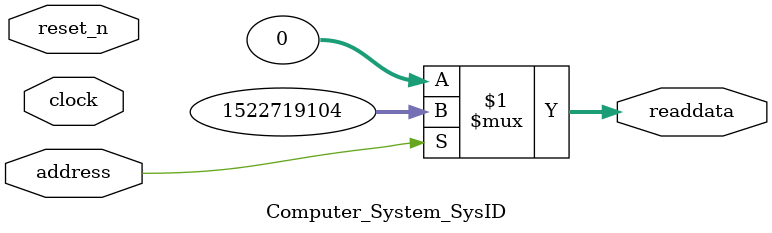
<source format=v>

`timescale 1ns / 1ps
// synthesis translate_on

// turn off superfluous verilog processor warnings 
// altera message_level Level1 
// altera message_off 10034 10035 10036 10037 10230 10240 10030 

module Computer_System_SysID (
               // inputs:
                address,
                clock,
                reset_n,

               // outputs:
                readdata
             )
;

  output  [ 31: 0] readdata;
  input            address;
  input            clock;
  input            reset_n;

  wire    [ 31: 0] readdata;
  //control_slave, which is an e_avalon_slave
  assign readdata = address ? 1522719104 : 0;

endmodule




</source>
